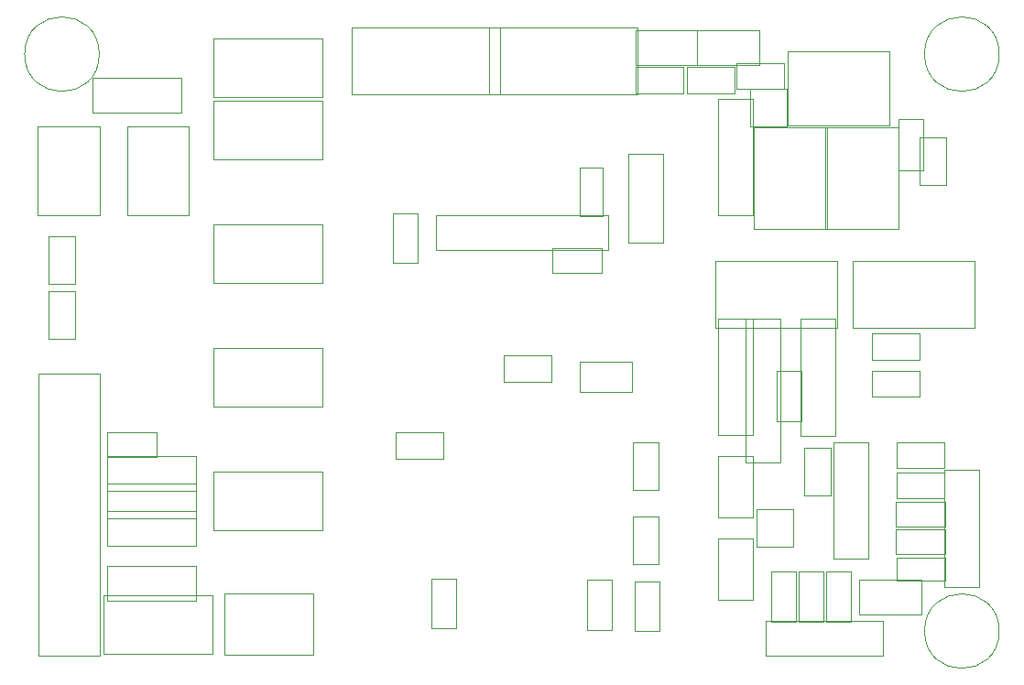
<source format=gbr>
G04 #@! TF.GenerationSoftware,KiCad,Pcbnew,(5.0.2)-1*
G04 #@! TF.CreationDate,2019-06-30T14:55:03+02:00*
G04 #@! TF.ProjectId,Mega_2560 core mini_full_2.2,4d656761-5f32-4353-9630-20636f726520,2.2*
G04 #@! TF.SameCoordinates,Original*
G04 #@! TF.FileFunction,Other,User*
%FSLAX46Y46*%
G04 Gerber Fmt 4.6, Leading zero omitted, Abs format (unit mm)*
G04 Created by KiCad (PCBNEW (5.0.2)-1) date 30/06/2019 14:55:03*
%MOMM*%
%LPD*%
G01*
G04 APERTURE LIST*
%ADD10C,0.050000*%
G04 APERTURE END LIST*
D10*
G04 #@! TO.C,R21*
X225070520Y-72760480D02*
X225070520Y-77160480D01*
X222670520Y-72760480D02*
X222670520Y-77160480D01*
X225070520Y-72760480D02*
X222670520Y-72760480D01*
X225070520Y-77160480D02*
X222670520Y-77160480D01*
G04 #@! TO.C,RV1*
X157302520Y-120459480D02*
X157302520Y-115059480D01*
X157302520Y-115059480D02*
X147202520Y-115059480D01*
X147202520Y-115059480D02*
X147202520Y-120459480D01*
X147202520Y-120459480D02*
X157302520Y-120459480D01*
G04 #@! TO.C,P3*
X206522520Y-89489480D02*
X206522520Y-102789480D01*
X206522520Y-102789480D02*
X209722520Y-102789480D01*
X209722520Y-102789480D02*
X209722520Y-89489480D01*
X209722520Y-89489480D02*
X206522520Y-89489480D01*
G04 #@! TO.C,R22*
X205668520Y-65886480D02*
X210068520Y-65886480D01*
X205668520Y-68286480D02*
X210068520Y-68286480D01*
X205668520Y-65886480D02*
X205668520Y-68286480D01*
X210068520Y-65886480D02*
X210068520Y-68286480D01*
G04 #@! TO.C,D4*
X222988520Y-71086480D02*
X222988520Y-75786480D01*
X222988520Y-75786480D02*
X220688520Y-75786480D01*
X220688520Y-75786480D02*
X220688520Y-71086480D01*
X222988520Y-71086480D02*
X220688520Y-71086480D01*
G04 #@! TO.C,P15*
X195727520Y-74249480D02*
X195727520Y-82449480D01*
X195727520Y-82449480D02*
X198927520Y-82449480D01*
X198927520Y-82449480D02*
X198927520Y-74249480D01*
X198927520Y-74249480D02*
X195727520Y-74249480D01*
G04 #@! TO.C,P8*
X203982520Y-69169480D02*
X203982520Y-79969480D01*
X203982520Y-79969480D02*
X207182520Y-79969480D01*
X207182520Y-79969480D02*
X207182520Y-69169480D01*
X207182520Y-69169480D02*
X203982520Y-69169480D01*
G04 #@! TO.C,Q2*
X207565520Y-107119480D02*
X210965520Y-107119480D01*
X210965520Y-107119480D02*
X210965520Y-110619480D01*
X210965520Y-110619480D02*
X207565520Y-110619480D01*
X207565520Y-110619480D02*
X207565520Y-107119480D01*
G04 #@! TO.C,R19*
X222641520Y-93305480D02*
X218241520Y-93305480D01*
X222641520Y-90905480D02*
X218241520Y-90905480D01*
X222641520Y-93305480D02*
X222641520Y-90905480D01*
X218241520Y-93305480D02*
X218241520Y-90905480D01*
G04 #@! TO.C,R7*
X222641520Y-96734480D02*
X218241520Y-96734480D01*
X222641520Y-94334480D02*
X218241520Y-94334480D01*
X222641520Y-96734480D02*
X222641520Y-94334480D01*
X218241520Y-96734480D02*
X218241520Y-94334480D01*
G04 #@! TO.C,P33*
X217063520Y-116819480D02*
X222763520Y-116819480D01*
X222763520Y-116819480D02*
X222763520Y-113619480D01*
X222763520Y-113619480D02*
X217063520Y-113619480D01*
X217063520Y-113619480D02*
X217063520Y-116819480D01*
G04 #@! TO.C,Fix1*
X229987520Y-118394480D02*
G75*
G03X229987520Y-118394480I-3450000J0D01*
G01*
X229987520Y-65054480D02*
G75*
G03X229987520Y-65054480I-3450000J0D01*
G01*
G04 #@! TO.C,C1*
X209385520Y-98977480D02*
X209385520Y-94377480D01*
X211685520Y-98977480D02*
X211685520Y-94377480D01*
X209385520Y-98977480D02*
X211685520Y-98977480D01*
X209385520Y-94377480D02*
X211685520Y-94377480D01*
G04 #@! TO.C,R42*
X196397520Y-66267480D02*
X200797520Y-66267480D01*
X196397520Y-68667480D02*
X200797520Y-68667480D01*
X196397520Y-66267480D02*
X196397520Y-68667480D01*
X200797520Y-66267480D02*
X200797520Y-68667480D01*
G04 #@! TO.C,C33*
X225027520Y-111289480D02*
X220427520Y-111289480D01*
X225027520Y-108989480D02*
X220427520Y-108989480D01*
X225027520Y-111289480D02*
X225027520Y-108989480D01*
X220427520Y-111289480D02*
X220427520Y-108989480D01*
G04 #@! TO.C,C34*
X225027520Y-108749480D02*
X220427520Y-108749480D01*
X225027520Y-106449480D02*
X220427520Y-106449480D01*
X225027520Y-108749480D02*
X225027520Y-106449480D01*
X220427520Y-108749480D02*
X220427520Y-106449480D01*
G04 #@! TO.C,R39*
X220527520Y-103732480D02*
X224927520Y-103732480D01*
X220527520Y-106132480D02*
X224927520Y-106132480D01*
X220527520Y-103732480D02*
X220527520Y-106132480D01*
X224927520Y-103732480D02*
X224927520Y-106132480D01*
G04 #@! TO.C,R40*
X220527520Y-100938480D02*
X224927520Y-100938480D01*
X220527520Y-103338480D02*
X224927520Y-103338480D01*
X220527520Y-100938480D02*
X220527520Y-103338480D01*
X224927520Y-100938480D02*
X224927520Y-103338480D01*
G04 #@! TO.C,P24*
X228137520Y-114279480D02*
X228137520Y-103479480D01*
X228137520Y-103479480D02*
X224937520Y-103479480D01*
X224937520Y-103479480D02*
X224937520Y-114279480D01*
X224937520Y-114279480D02*
X228137520Y-114279480D01*
G04 #@! TO.C,P23*
X208427520Y-120629480D02*
X219227520Y-120629480D01*
X219227520Y-120629480D02*
X219227520Y-117429480D01*
X219227520Y-117429480D02*
X208427520Y-117429480D01*
X208427520Y-117429480D02*
X208427520Y-120629480D01*
G04 #@! TO.C,C29*
X213957520Y-117519480D02*
X213957520Y-112919480D01*
X216257520Y-117519480D02*
X216257520Y-112919480D01*
X213957520Y-117519480D02*
X216257520Y-117519480D01*
X213957520Y-112919480D02*
X216257520Y-112919480D01*
G04 #@! TO.C,C27*
X211417520Y-117519480D02*
X211417520Y-112919480D01*
X213717520Y-117519480D02*
X213717520Y-112919480D01*
X211417520Y-117519480D02*
X213717520Y-117519480D01*
X211417520Y-112919480D02*
X213717520Y-112919480D01*
G04 #@! TO.C,C26*
X208877520Y-117519480D02*
X208877520Y-112919480D01*
X211177520Y-117519480D02*
X211177520Y-112919480D01*
X208877520Y-117519480D02*
X211177520Y-117519480D01*
X208877520Y-112919480D02*
X211177520Y-112919480D01*
G04 #@! TO.C,P5*
X203982520Y-109809480D02*
X203982520Y-115509480D01*
X203982520Y-115509480D02*
X207182520Y-115509480D01*
X207182520Y-115509480D02*
X207182520Y-109809480D01*
X207182520Y-109809480D02*
X203982520Y-109809480D01*
G04 #@! TO.C,R6*
X212002520Y-105862480D02*
X212002520Y-101462480D01*
X214402520Y-105862480D02*
X214402520Y-101462480D01*
X212002520Y-105862480D02*
X214402520Y-105862480D01*
X212002520Y-101462480D02*
X214402520Y-101462480D01*
G04 #@! TO.C,P10*
X214650520Y-100919480D02*
X214650520Y-111719480D01*
X214650520Y-111719480D02*
X217850520Y-111719480D01*
X217850520Y-111719480D02*
X217850520Y-100919480D01*
X217850520Y-100919480D02*
X214650520Y-100919480D01*
G04 #@! TO.C,P18*
X203982520Y-102189480D02*
X203982520Y-107889480D01*
X203982520Y-107889480D02*
X207182520Y-107889480D01*
X207182520Y-107889480D02*
X207182520Y-102189480D01*
X207182520Y-102189480D02*
X203982520Y-102189480D01*
G04 #@! TO.C,P2*
X203982520Y-89489480D02*
X203982520Y-100289480D01*
X203982520Y-100289480D02*
X207182520Y-100289480D01*
X207182520Y-100289480D02*
X207182520Y-89489480D01*
X207182520Y-89489480D02*
X203982520Y-89489480D01*
G04 #@! TO.C,P20*
X214802520Y-100322180D02*
X211602520Y-100322180D01*
X214802520Y-89522180D02*
X214802520Y-100322180D01*
X211602520Y-89522180D02*
X214802520Y-89522180D01*
X211602520Y-100322180D02*
X211602520Y-89522180D01*
X211602520Y-100322180D02*
X211602520Y-89522180D01*
X211602520Y-89522180D02*
X214802520Y-89522180D01*
X214802520Y-89522180D02*
X214802520Y-100322180D01*
X214802520Y-100322180D02*
X211602520Y-100322180D01*
G04 #@! TO.C,R1*
X201096520Y-66267480D02*
X205496520Y-66267480D01*
X201096520Y-68667480D02*
X205496520Y-68667480D01*
X201096520Y-66267480D02*
X201096520Y-68667480D01*
X205496520Y-66267480D02*
X205496520Y-68667480D01*
G04 #@! TO.C,P21*
X202077520Y-66019480D02*
X207777520Y-66019480D01*
X207777520Y-66019480D02*
X207777520Y-62819480D01*
X207777520Y-62819480D02*
X202077520Y-62819480D01*
X202077520Y-62819480D02*
X202077520Y-66019480D01*
G04 #@! TO.C,P17*
X196362520Y-66019480D02*
X202062520Y-66019480D01*
X202062520Y-66019480D02*
X202062520Y-62819480D01*
X202062520Y-62819480D02*
X196362520Y-62819480D01*
X196362520Y-62819480D02*
X196362520Y-66019480D01*
G04 #@! TO.C,P6*
X177947520Y-83164480D02*
X193847520Y-83164480D01*
X193847520Y-83164480D02*
X193847520Y-79964480D01*
X193847520Y-79964480D02*
X177947520Y-79964480D01*
X177947520Y-79964480D02*
X177947520Y-83164480D01*
G04 #@! TO.C,C15*
X198604520Y-113808480D02*
X198604520Y-118408480D01*
X196304520Y-113808480D02*
X196304520Y-118408480D01*
X198604520Y-113808480D02*
X196304520Y-113808480D01*
X198604520Y-118408480D02*
X196304520Y-118408480D01*
G04 #@! TO.C,C21*
X191859520Y-118281480D02*
X191859520Y-113681480D01*
X194159520Y-118281480D02*
X194159520Y-113681480D01*
X191859520Y-118281480D02*
X194159520Y-118281480D01*
X191859520Y-113681480D02*
X194159520Y-113681480D01*
G04 #@! TO.C,C20*
X177508520Y-118154480D02*
X177508520Y-113554480D01*
X179808520Y-118154480D02*
X179808520Y-113554480D01*
X177508520Y-118154480D02*
X179808520Y-118154480D01*
X177508520Y-113554480D02*
X179808520Y-113554480D01*
G04 #@! TO.C,R9*
X196127520Y-112212480D02*
X196127520Y-107812480D01*
X198527520Y-112212480D02*
X198527520Y-107812480D01*
X196127520Y-112212480D02*
X198527520Y-112212480D01*
X196127520Y-107812480D02*
X198527520Y-107812480D01*
G04 #@! TO.C,R8*
X196127520Y-105354480D02*
X196127520Y-100954480D01*
X198527520Y-105354480D02*
X198527520Y-100954480D01*
X196127520Y-105354480D02*
X198527520Y-105354480D01*
X196127520Y-100954480D02*
X198527520Y-100954480D01*
G04 #@! TO.C,R3*
X178572520Y-102449480D02*
X174172520Y-102449480D01*
X178572520Y-100049480D02*
X174172520Y-100049480D01*
X178572520Y-102449480D02*
X178572520Y-100049480D01*
X174172520Y-102449480D02*
X174172520Y-100049480D01*
G04 #@! TO.C,U1*
X191244520Y-96299480D02*
X196044520Y-96299480D01*
X196044520Y-96299480D02*
X196044520Y-93499480D01*
X191244520Y-93499480D02*
X191244520Y-96299480D01*
X191244520Y-93499480D02*
X196044520Y-93499480D01*
G04 #@! TO.C,R4*
X188605520Y-95337480D02*
X184205520Y-95337480D01*
X188605520Y-92937480D02*
X184205520Y-92937480D01*
X188605520Y-95337480D02*
X188605520Y-92937480D01*
X184205520Y-95337480D02*
X184205520Y-92937480D01*
G04 #@! TO.C,P28*
X146197520Y-70464480D02*
X154397520Y-70464480D01*
X154397520Y-70464480D02*
X154397520Y-67264480D01*
X154397520Y-67264480D02*
X146197520Y-67264480D01*
X146197520Y-67264480D02*
X146197520Y-70464480D01*
G04 #@! TO.C,P13*
X149372520Y-71709480D02*
X149372520Y-79909480D01*
X149372520Y-79909480D02*
X155072520Y-79909480D01*
X155072520Y-79909480D02*
X155072520Y-71709480D01*
X155072520Y-71709480D02*
X149372520Y-71709480D01*
G04 #@! TO.C,P12*
X141117520Y-71709480D02*
X141117520Y-79909480D01*
X141117520Y-79909480D02*
X146817520Y-79909480D01*
X146817520Y-79909480D02*
X146817520Y-71709480D01*
X146817520Y-71709480D02*
X141117520Y-71709480D01*
G04 #@! TO.C,R25*
X142152520Y-86304480D02*
X142152520Y-81904480D01*
X144552520Y-86304480D02*
X144552520Y-81904480D01*
X142152520Y-86304480D02*
X144552520Y-86304480D01*
X142152520Y-81904480D02*
X144552520Y-81904480D01*
G04 #@! TO.C,R24*
X142152520Y-91384480D02*
X142152520Y-86984480D01*
X144552520Y-91384480D02*
X144552520Y-86984480D01*
X142152520Y-91384480D02*
X144552520Y-91384480D01*
X142152520Y-86984480D02*
X144552520Y-86984480D01*
G04 #@! TO.C,P16*
X146857520Y-120629480D02*
X146857520Y-94629480D01*
X146857520Y-94629480D02*
X141157520Y-94629480D01*
X141157520Y-94629480D02*
X141157520Y-120629480D01*
X141157520Y-120629480D02*
X146857520Y-120629480D01*
G04 #@! TO.C,C14*
X152129520Y-102272480D02*
X147529520Y-102272480D01*
X152129520Y-99972480D02*
X147529520Y-99972480D01*
X152129520Y-102272480D02*
X152129520Y-99972480D01*
X147529520Y-102272480D02*
X147529520Y-99972480D01*
G04 #@! TO.C,P32*
X155747520Y-102189480D02*
X147547520Y-102189480D01*
X147547520Y-102189480D02*
X147547520Y-105389480D01*
X147547520Y-105389480D02*
X155747520Y-105389480D01*
X155747520Y-105389480D02*
X155747520Y-102189480D01*
G04 #@! TO.C,P31*
X155747520Y-104729480D02*
X147547520Y-104729480D01*
X147547520Y-104729480D02*
X147547520Y-107929480D01*
X147547520Y-107929480D02*
X155747520Y-107929480D01*
X155747520Y-107929480D02*
X155747520Y-104729480D01*
G04 #@! TO.C,P4*
X155747520Y-107269480D02*
X147547520Y-107269480D01*
X147547520Y-107269480D02*
X147547520Y-110469480D01*
X147547520Y-110469480D02*
X155747520Y-110469480D01*
X155747520Y-110469480D02*
X155747520Y-107269480D01*
G04 #@! TO.C,P26*
X155747520Y-112349480D02*
X147547520Y-112349480D01*
X147547520Y-112349480D02*
X147547520Y-115549480D01*
X147547520Y-115549480D02*
X155747520Y-115549480D01*
X155747520Y-115549480D02*
X155747520Y-112349480D01*
G04 #@! TO.C,P9*
X166542520Y-114889480D02*
X158342520Y-114889480D01*
X158342520Y-114889480D02*
X158342520Y-120589480D01*
X158342520Y-120589480D02*
X166542520Y-120589480D01*
X166542520Y-120589480D02*
X166542520Y-114889480D01*
G04 #@! TO.C,R36*
X167462520Y-109029480D02*
X167462520Y-103629480D01*
X167462520Y-103629480D02*
X157362520Y-103629480D01*
X157362520Y-103629480D02*
X157362520Y-109029480D01*
X157362520Y-109029480D02*
X167462520Y-109029480D01*
G04 #@! TO.C,R33*
X167462520Y-97599480D02*
X167462520Y-92199480D01*
X167462520Y-92199480D02*
X157362520Y-92199480D01*
X157362520Y-92199480D02*
X157362520Y-97599480D01*
X157362520Y-97599480D02*
X167462520Y-97599480D01*
G04 #@! TO.C,R30*
X167462520Y-86169480D02*
X167462520Y-80769480D01*
X167462520Y-80769480D02*
X157362520Y-80769480D01*
X157362520Y-80769480D02*
X157362520Y-86169480D01*
X157362520Y-86169480D02*
X167462520Y-86169480D01*
G04 #@! TO.C,R27*
X167462520Y-74739480D02*
X167462520Y-69339480D01*
X167462520Y-69339480D02*
X157362520Y-69339480D01*
X157362520Y-69339480D02*
X157362520Y-74739480D01*
X157362520Y-74739480D02*
X167462520Y-74739480D01*
G04 #@! TO.C,RV6*
X167462520Y-69024480D02*
X167462520Y-63624480D01*
X167462520Y-63624480D02*
X157362520Y-63624480D01*
X157362520Y-63624480D02*
X157362520Y-69024480D01*
X157362520Y-69024480D02*
X167462520Y-69024480D01*
G04 #@! TO.C,C18*
X173952520Y-84372480D02*
X173952520Y-79772480D01*
X176252520Y-84372480D02*
X176252520Y-79772480D01*
X173952520Y-84372480D02*
X176252520Y-84372480D01*
X173952520Y-79772480D02*
X176252520Y-79772480D01*
G04 #@! TO.C,C3*
X193277520Y-85254480D02*
X188677520Y-85254480D01*
X193277520Y-82954480D02*
X188677520Y-82954480D01*
X193277520Y-85254480D02*
X193277520Y-82954480D01*
X188677520Y-85254480D02*
X188677520Y-82954480D01*
G04 #@! TO.C,P25*
X203782520Y-90349480D02*
X214982520Y-90349480D01*
X214982520Y-90349480D02*
X214982520Y-84199480D01*
X214982520Y-84199480D02*
X203782520Y-84199480D01*
X203782520Y-84199480D02*
X203782520Y-90349480D01*
G04 #@! TO.C,P11*
X170127520Y-68759480D02*
X183877520Y-68759480D01*
X183877520Y-68759480D02*
X183877520Y-62609480D01*
X183877520Y-62609480D02*
X170127520Y-62609480D01*
X170127520Y-62609480D02*
X170127520Y-68759480D01*
G04 #@! TO.C,P14*
X182827520Y-68759480D02*
X196577520Y-68759480D01*
X196577520Y-68759480D02*
X196577520Y-62609480D01*
X196577520Y-62609480D02*
X182827520Y-62609480D01*
X182827520Y-62609480D02*
X182827520Y-68759480D01*
G04 #@! TO.C,P19*
X216482520Y-90349480D02*
X227682520Y-90349480D01*
X227682520Y-90349480D02*
X227682520Y-84199480D01*
X227682520Y-84199480D02*
X216482520Y-84199480D01*
X216482520Y-84199480D02*
X216482520Y-90349480D01*
G04 #@! TO.C,C28*
X210407520Y-64829480D02*
X219807520Y-64829480D01*
X210407520Y-64829480D02*
X210407520Y-71629480D01*
X219807520Y-71629480D02*
X219807520Y-64829480D01*
X219807520Y-71629480D02*
X210407520Y-71629480D01*
G04 #@! TO.C,C6*
X191197520Y-80004480D02*
X191197520Y-75504480D01*
X191197520Y-80004480D02*
X193297520Y-80004480D01*
X193297520Y-75504480D02*
X191197520Y-75504480D01*
X193297520Y-75504480D02*
X193297520Y-80004480D01*
G04 #@! TO.C,C7*
X213866520Y-81184480D02*
X213866520Y-71784480D01*
X213866520Y-81184480D02*
X220666520Y-81184480D01*
X220666520Y-71784480D02*
X213866520Y-71784480D01*
X220666520Y-71784480D02*
X220666520Y-81184480D01*
G04 #@! TO.C,C8*
X214062520Y-71784480D02*
X214062520Y-81184480D01*
X214062520Y-71784480D02*
X207262520Y-71784480D01*
X207262520Y-81184480D02*
X214062520Y-81184480D01*
X207262520Y-81184480D02*
X207262520Y-71784480D01*
G04 #@! TO.C,Fix1*
X146802520Y-65054480D02*
G75*
G03X146802520Y-65054480I-3450000J0D01*
G01*
G04 #@! TO.C,Q3*
X206930520Y-68257480D02*
X210330520Y-68257480D01*
X210330520Y-68257480D02*
X210330520Y-71757480D01*
X210330520Y-71757480D02*
X206930520Y-71757480D01*
X206930520Y-71757480D02*
X206930520Y-68257480D01*
G04 #@! TO.C,C32*
X225017020Y-113729480D02*
X220517020Y-113729480D01*
X225017020Y-113729480D02*
X225017020Y-111629480D01*
X220517020Y-111629480D02*
X220517020Y-113729480D01*
X220517020Y-111629480D02*
X225017020Y-111629480D01*
G04 #@! TD*
M02*

</source>
